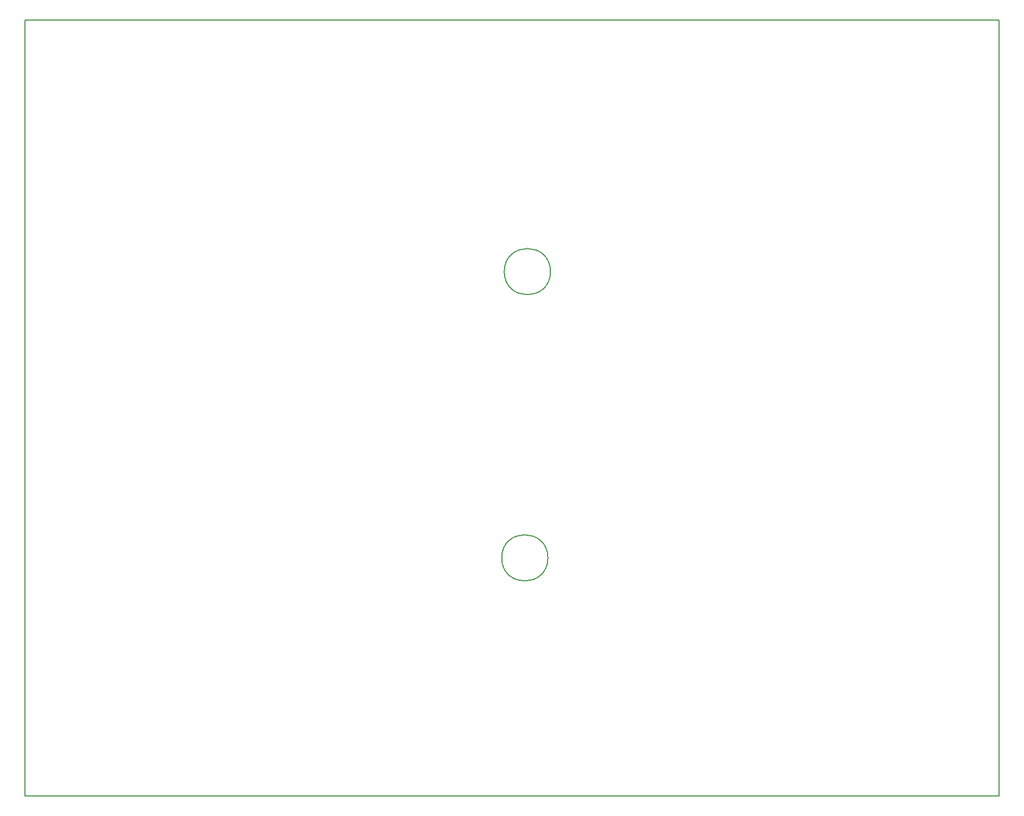
<source format=gbr>
%TF.GenerationSoftware,KiCad,Pcbnew,9.0.6*%
%TF.CreationDate,2025-12-19T02:54:44-05:00*%
%TF.ProjectId,CSI_Tester,4353495f-5465-4737-9465-722e6b696361,rev?*%
%TF.SameCoordinates,Original*%
%TF.FileFunction,Profile,NP*%
%FSLAX46Y46*%
G04 Gerber Fmt 4.6, Leading zero omitted, Abs format (unit mm)*
G04 Created by KiCad (PCBNEW 9.0.6) date 2025-12-19 02:54:44*
%MOMM*%
%LPD*%
G01*
G04 APERTURE LIST*
%TA.AperFunction,Profile*%
%ADD10C,0.150000*%
%TD*%
G04 APERTURE END LIST*
D10*
X147605551Y-110000000D02*
G75*
G02*
X140394449Y-110000000I-3605551J0D01*
G01*
X140394449Y-110000000D02*
G75*
G02*
X147605551Y-110000000I3605551J0D01*
G01*
X148005551Y-65300000D02*
G75*
G02*
X140794449Y-65300000I-3605551J0D01*
G01*
X140794449Y-65300000D02*
G75*
G02*
X148005551Y-65300000I3605551J0D01*
G01*
X66000000Y-26000000D02*
X218000000Y-26000000D01*
X218000000Y-147200000D01*
X66000000Y-147200000D01*
X66000000Y-26000000D01*
M02*

</source>
